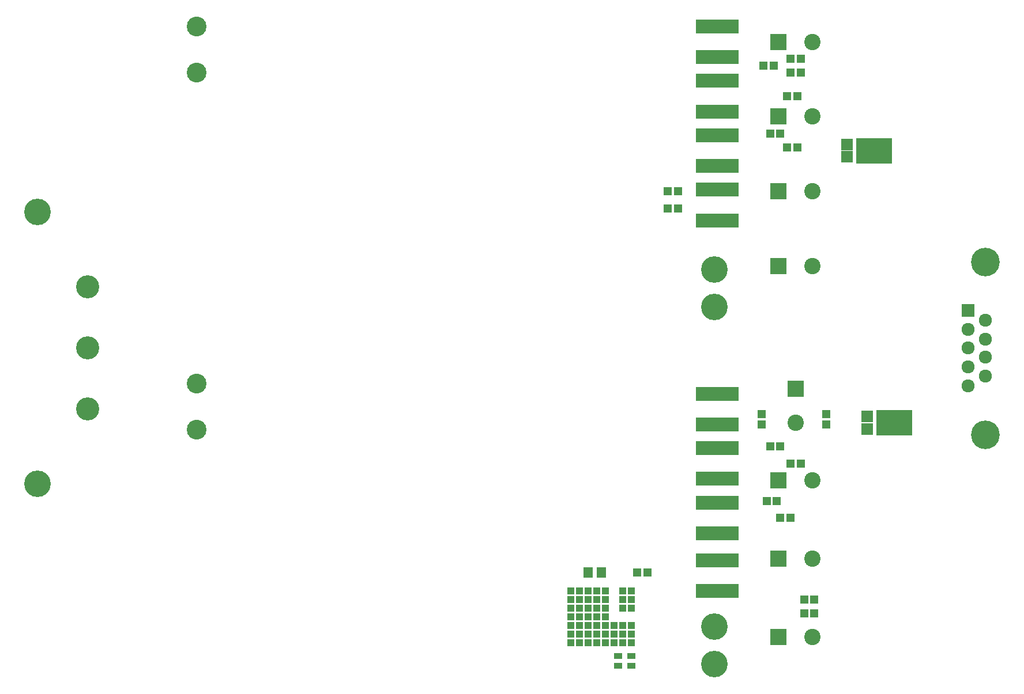
<source format=gbs>
G04 #@! TF.FileFunction,Soldermask,Bot*
%FSLAX46Y46*%
G04 Gerber Fmt 4.6, Leading zero omitted, Abs format (unit mm)*
G04 Created by KiCad (PCBNEW 4.0.7) date 08/30/17 11:51:51*
%MOMM*%
%LPD*%
G01*
G04 APERTURE LIST*
%ADD10C,0.150000*%
%ADD11C,3.900000*%
%ADD12C,2.900000*%
%ADD13R,1.200000X1.150000*%
%ADD14R,2.400000X2.400000*%
%ADD15C,2.400000*%
%ADD16R,1.150000X1.200000*%
%ADD17C,4.210000*%
%ADD18R,1.920000X1.920000*%
%ADD19C,1.920000*%
%ADD20R,1.300000X0.900000*%
%ADD21C,3.400000*%
%ADD22R,1.040000X1.040000*%
%ADD23R,6.300000X2.100000*%
%ADD24R,1.400000X1.650000*%
%ADD25R,1.800000X1.790000*%
%ADD26R,5.260000X3.760000*%
G04 APERTURE END LIST*
D10*
D11*
X108060000Y-54000000D03*
D12*
X32060000Y-12750000D03*
X32060000Y-19500000D03*
D11*
X108060000Y-48500000D03*
D13*
X98250000Y-93000000D03*
X96750000Y-93000000D03*
X122750000Y-99000000D03*
X121250000Y-99000000D03*
X101250000Y-37000000D03*
X102750000Y-37000000D03*
D14*
X117500000Y-102500000D03*
D15*
X122500000Y-102500000D03*
D14*
X117500000Y-48000000D03*
D15*
X122500000Y-48000000D03*
D13*
X117250000Y-82500000D03*
X115750000Y-82500000D03*
X117750000Y-28500000D03*
X116250000Y-28500000D03*
D14*
X117500000Y-91000000D03*
D15*
X122500000Y-91000000D03*
D14*
X117500000Y-37000000D03*
D15*
X122500000Y-37000000D03*
D13*
X117750000Y-74500000D03*
X116250000Y-74500000D03*
X120250000Y-23000000D03*
X118750000Y-23000000D03*
D14*
X117500000Y-79500000D03*
D15*
X122500000Y-79500000D03*
D14*
X117500000Y-26000000D03*
D15*
X122500000Y-26000000D03*
D16*
X124500000Y-71250000D03*
X124500000Y-69750000D03*
D13*
X120750000Y-17500000D03*
X119250000Y-17500000D03*
D14*
X120000000Y-66000000D03*
D15*
X120000000Y-71000000D03*
D14*
X117500000Y-15000000D03*
D15*
X122500000Y-15000000D03*
D17*
X147840000Y-72790000D03*
X147840000Y-47390000D03*
D18*
X145300000Y-54500000D03*
D19*
X145300000Y-57290000D03*
X145300000Y-59960000D03*
X145300000Y-62760000D03*
X145300000Y-65550000D03*
X147840000Y-55900000D03*
X147840000Y-58690000D03*
X147840000Y-61360000D03*
X147840000Y-64150000D03*
D11*
X108060000Y-106500000D03*
D12*
X32060000Y-65250000D03*
X32060000Y-72000000D03*
D11*
X108060000Y-101000000D03*
D20*
X93900000Y-105250000D03*
X93900000Y-106750000D03*
X95900000Y-105250000D03*
X95900000Y-106750000D03*
D11*
X8700000Y-40000000D03*
D21*
X16000000Y-69000000D03*
X16000000Y-51000000D03*
X16000000Y-60000000D03*
D11*
X8700000Y-80000000D03*
D13*
X122750000Y-97000000D03*
X121250000Y-97000000D03*
X101250000Y-39500000D03*
X102750000Y-39500000D03*
X119250000Y-85000000D03*
X117750000Y-85000000D03*
X120250000Y-30500000D03*
X118750000Y-30500000D03*
X120750000Y-77000000D03*
X119250000Y-77000000D03*
X116750000Y-18500000D03*
X115250000Y-18500000D03*
D16*
X115000000Y-71250000D03*
X115000000Y-69750000D03*
D13*
X120750000Y-19500000D03*
X119250000Y-19500000D03*
D22*
X95845000Y-103310000D03*
X94575000Y-103310000D03*
X93305000Y-103310000D03*
X92035000Y-103310000D03*
X90765000Y-103310000D03*
X89495000Y-103310000D03*
X88225000Y-103310000D03*
X86955000Y-103310000D03*
X95845000Y-102040000D03*
X94575000Y-102040000D03*
X93305000Y-102040000D03*
X92035000Y-102040000D03*
X90765000Y-102040000D03*
X89495000Y-102040000D03*
X88225000Y-102040000D03*
X86955000Y-102040000D03*
X95845000Y-100770000D03*
X94575000Y-100770000D03*
X93305000Y-100770000D03*
X92035000Y-100770000D03*
X90765000Y-100770000D03*
X89495000Y-100770000D03*
X88225000Y-100770000D03*
X86955000Y-100770000D03*
X92035000Y-99500000D03*
X90765000Y-99500000D03*
X89495000Y-99500000D03*
X88225000Y-99500000D03*
X86955000Y-99500000D03*
X95845000Y-98230000D03*
X94575000Y-98230000D03*
X92035000Y-98230000D03*
X90765000Y-98230000D03*
X89495000Y-98230000D03*
X88225000Y-98230000D03*
X86955000Y-98230000D03*
X94575000Y-96960000D03*
X90765000Y-96960000D03*
X92035000Y-96960000D03*
X95845000Y-95690000D03*
X95845000Y-96960000D03*
X94575000Y-95690000D03*
X92035000Y-95690000D03*
X86955000Y-95690000D03*
X88225000Y-95690000D03*
X89495000Y-95690000D03*
X90765000Y-95690000D03*
X89495000Y-96960000D03*
X88225000Y-96960000D03*
X86955000Y-96960000D03*
X86955000Y-95690000D03*
D23*
X108500000Y-91250000D03*
X108500000Y-95750000D03*
X108500000Y-36750000D03*
X108500000Y-41250000D03*
X108500000Y-82750000D03*
X108500000Y-87250000D03*
X108500000Y-28750000D03*
X108500000Y-33250000D03*
X108500000Y-74750000D03*
X108500000Y-79250000D03*
X108500000Y-20750000D03*
X108500000Y-25250000D03*
X108500000Y-66750000D03*
X108500000Y-71250000D03*
X108500000Y-12750000D03*
X108500000Y-17250000D03*
D24*
X89500000Y-93000000D03*
X91500000Y-93000000D03*
D25*
X130518000Y-71920000D03*
D26*
X134500000Y-71000000D03*
D25*
X130518000Y-70080000D03*
X127518000Y-31920000D03*
D26*
X131500000Y-31000000D03*
D25*
X127518000Y-30080000D03*
M02*

</source>
